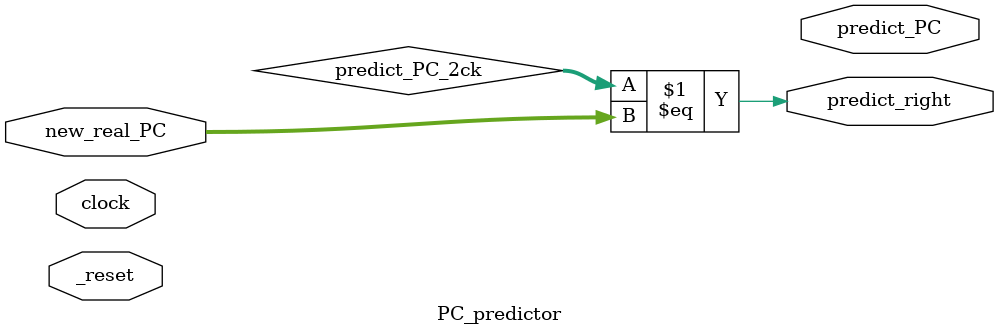
<source format=v>
`timescale 1ns / 1ps


module PC_predictor(
    input clock,
    input _reset,
    input [31:0] new_real_PC,
    output [31:0] predict_PC,
    output predict_right
    );

    wire predict_right;
    reg [31:0]predict_PC_1ck;
    reg [31:0]predict_PC_2ck;

    assign predict_right = predict_PC_2ck == new_real_PC;

    
endmodule

</source>
